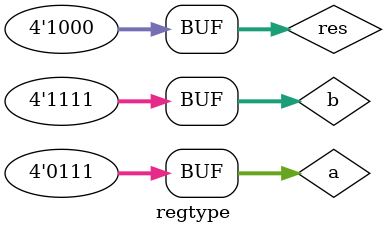
<source format=v>
`timescale 1ns / 1ps

/*
1. Create verilog code without I/O ports.

2. Add two four bit reg variable in the code. Initialize the variable of 7 and F in hexadecimal format using blocking assignmnet operator.

3. Add four bit reg type variable "res", store the result of xoring two reg variables initialized above in "res" using blocking assignment operator and always block. Make sure that you have added correct sensitivity list for always block.

4. Perform Simulation and observe "res" has value of 8 in hexadecimal.
*/

module regtype();

reg [3:0] a, b;
reg [3:0] res;

initial begin
a = 4'h7;
b = 4'hF;
end

always@(a,b)
begin
res = a ^ b;
end

endmodule

</source>
